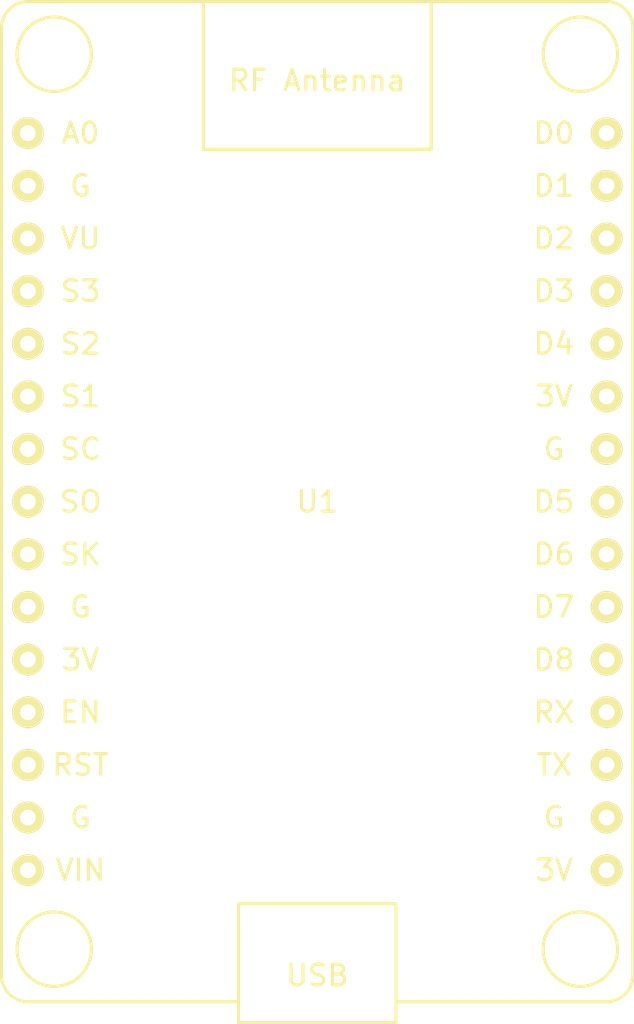
<source format=kicad_pcb>
(kicad_pcb (version 20171130) (host pcbnew 5.0.2-bee76a0~70~ubuntu18.04.1)

  (general
    (thickness 1.6)
    (drawings 0)
    (tracks 0)
    (zones 0)
    (modules 1)
    (nets 31)
  )

  (page A4)
  (layers
    (0 F.Cu signal)
    (31 B.Cu signal)
    (32 B.Adhes user)
    (33 F.Adhes user)
    (34 B.Paste user)
    (35 F.Paste user)
    (36 B.SilkS user)
    (37 F.SilkS user)
    (38 B.Mask user)
    (39 F.Mask user)
    (40 Dwgs.User user)
    (41 Cmts.User user)
    (42 Eco1.User user)
    (43 Eco2.User user)
    (44 Edge.Cuts user)
    (45 Margin user)
    (46 B.CrtYd user)
    (47 F.CrtYd user)
    (48 B.Fab user)
    (49 F.Fab user)
  )

  (setup
    (last_trace_width 0.25)
    (trace_clearance 0.2)
    (zone_clearance 0.508)
    (zone_45_only no)
    (trace_min 0.2)
    (segment_width 0.2)
    (edge_width 0.15)
    (via_size 0.8)
    (via_drill 0.4)
    (via_min_size 0.4)
    (via_min_drill 0.3)
    (uvia_size 0.3)
    (uvia_drill 0.1)
    (uvias_allowed no)
    (uvia_min_size 0.2)
    (uvia_min_drill 0.1)
    (pcb_text_width 0.3)
    (pcb_text_size 1.5 1.5)
    (mod_edge_width 0.15)
    (mod_text_size 1 1)
    (mod_text_width 0.15)
    (pad_size 1.524 1.524)
    (pad_drill 0.762)
    (pad_to_mask_clearance 0.051)
    (solder_mask_min_width 0.25)
    (aux_axis_origin 0 0)
    (visible_elements FFFFFF7F)
    (pcbplotparams
      (layerselection 0x010fc_ffffffff)
      (usegerberextensions false)
      (usegerberattributes false)
      (usegerberadvancedattributes false)
      (creategerberjobfile false)
      (excludeedgelayer true)
      (linewidth 0.100000)
      (plotframeref false)
      (viasonmask false)
      (mode 1)
      (useauxorigin false)
      (hpglpennumber 1)
      (hpglpenspeed 20)
      (hpglpendiameter 15.000000)
      (psnegative false)
      (psa4output false)
      (plotreference true)
      (plotvalue true)
      (plotinvisibletext false)
      (padsonsilk false)
      (subtractmaskfromsilk false)
      (outputformat 1)
      (mirror false)
      (drillshape 1)
      (scaleselection 1)
      (outputdirectory ""))
  )

  (net 0 "")
  (net 1 "Net-(U1-Pad1)")
  (net 2 "Net-(U1-Pad2)")
  (net 3 "Net-(U1-Pad3)")
  (net 4 "Net-(U1-Pad4)")
  (net 5 "Net-(U1-Pad5)")
  (net 6 "Net-(U1-Pad6)")
  (net 7 "Net-(U1-Pad7)")
  (net 8 "Net-(U1-Pad8)")
  (net 9 "Net-(U1-Pad9)")
  (net 10 "Net-(U1-Pad10)")
  (net 11 "Net-(U1-Pad11)")
  (net 12 "Net-(U1-Pad12)")
  (net 13 "Net-(U1-Pad13)")
  (net 14 "Net-(U1-Pad14)")
  (net 15 "Net-(U1-Pad15)")
  (net 16 "Net-(U1-Pad16)")
  (net 17 "Net-(U1-Pad17)")
  (net 18 "Net-(U1-Pad18)")
  (net 19 "Net-(U1-Pad19)")
  (net 20 "Net-(U1-Pad20)")
  (net 21 "Net-(U1-Pad21)")
  (net 22 "Net-(U1-Pad22)")
  (net 23 "Net-(U1-Pad23)")
  (net 24 "Net-(U1-Pad24)")
  (net 25 "Net-(U1-Pad25)")
  (net 26 "Net-(U1-Pad26)")
  (net 27 "Net-(U1-Pad27)")
  (net 28 "Net-(U1-Pad28)")
  (net 29 "Net-(U1-Pad29)")
  (net 30 "Net-(U1-Pad30)")

  (net_class Default "This is the default net class."
    (clearance 0.2)
    (trace_width 0.25)
    (via_dia 0.8)
    (via_drill 0.4)
    (uvia_dia 0.3)
    (uvia_drill 0.1)
    (add_net "Net-(U1-Pad1)")
    (add_net "Net-(U1-Pad10)")
    (add_net "Net-(U1-Pad11)")
    (add_net "Net-(U1-Pad12)")
    (add_net "Net-(U1-Pad13)")
    (add_net "Net-(U1-Pad14)")
    (add_net "Net-(U1-Pad15)")
    (add_net "Net-(U1-Pad16)")
    (add_net "Net-(U1-Pad17)")
    (add_net "Net-(U1-Pad18)")
    (add_net "Net-(U1-Pad19)")
    (add_net "Net-(U1-Pad2)")
    (add_net "Net-(U1-Pad20)")
    (add_net "Net-(U1-Pad21)")
    (add_net "Net-(U1-Pad22)")
    (add_net "Net-(U1-Pad23)")
    (add_net "Net-(U1-Pad24)")
    (add_net "Net-(U1-Pad25)")
    (add_net "Net-(U1-Pad26)")
    (add_net "Net-(U1-Pad27)")
    (add_net "Net-(U1-Pad28)")
    (add_net "Net-(U1-Pad29)")
    (add_net "Net-(U1-Pad3)")
    (add_net "Net-(U1-Pad30)")
    (add_net "Net-(U1-Pad4)")
    (add_net "Net-(U1-Pad5)")
    (add_net "Net-(U1-Pad6)")
    (add_net "Net-(U1-Pad7)")
    (add_net "Net-(U1-Pad8)")
    (add_net "Net-(U1-Pad9)")
  )

  (module "ESP8266:NodeMCU1.0(12-E)" (layer F.Cu) (tedit 5AF3DDCB) (tstamp 5EAB06CF)
    (at 151.13 100.33)
    (path /5E9E8BEE)
    (fp_text reference U1 (at 0 0) (layer F.SilkS)
      (effects (font (size 1 1) (thickness 0.15)))
    )
    (fp_text value "NodeMCU1.0(ESP-12E)" (at 0 -5.08) (layer F.Fab)
      (effects (font (size 1 1) (thickness 0.15)))
    )
    (fp_line (start 13.98 24.13) (end 3.81 24.13) (layer F.SilkS) (width 0.15))
    (fp_text user USB (at 0 22.86) (layer F.SilkS)
      (effects (font (size 1 1) (thickness 0.15)))
    )
    (fp_text user "RF Antenna" (at 0 -20.32) (layer F.SilkS)
      (effects (font (size 1 1) (thickness 0.15)))
    )
    (fp_line (start 5.5 -17) (end -5.5 -17) (layer F.SilkS) (width 0.15))
    (fp_line (start 5.5 -24.13) (end 5.5 -17) (layer F.SilkS) (width 0.15))
    (fp_line (start -5.5 -17) (end -5.5 -24.13) (layer F.SilkS) (width 0.15))
    (fp_line (start -3.8 25.13) (end -3.8 19.4) (layer F.SilkS) (width 0.15))
    (fp_line (start -3.8 19.4) (end 3.8 19.4) (layer F.SilkS) (width 0.15))
    (fp_line (start 3.8 19.4) (end 3.8 25.13) (layer F.SilkS) (width 0.15))
    (fp_line (start 3.8 25.13) (end -3.8 25.13) (layer F.SilkS) (width 0.15))
    (fp_arc (start -13.97 -22.86) (end -15.24 -22.86) (angle 90) (layer F.SilkS) (width 0.15))
    (fp_arc (start 13.97 -22.86) (end 13.97 -24.13) (angle 90) (layer F.SilkS) (width 0.15))
    (fp_arc (start 13.97 22.86) (end 15.24 22.86) (angle 90) (layer F.SilkS) (width 0.15))
    (fp_arc (start -13.97 22.86) (end -13.97 24.13) (angle 90) (layer F.SilkS) (width 0.15))
    (fp_line (start 15.24 -22.86) (end 15.24 22.86) (layer F.SilkS) (width 0.15))
    (fp_line (start -15.24 -22.86) (end -15.24 22.86) (layer F.SilkS) (width 0.15))
    (fp_line (start -3.8 24.13) (end -13.97 24.13) (layer F.SilkS) (width 0.15))
    (fp_text user VIN (at -11.43 17.78) (layer F.SilkS)
      (effects (font (size 1 1) (thickness 0.15)))
    )
    (fp_text user G (at -11.43 15.24) (layer F.SilkS)
      (effects (font (size 1 1) (thickness 0.15)))
    )
    (fp_text user RST (at -11.43 12.7) (layer F.SilkS)
      (effects (font (size 1 1) (thickness 0.15)))
    )
    (fp_text user EN (at -11.43 10.16) (layer F.SilkS)
      (effects (font (size 1 1) (thickness 0.15)))
    )
    (fp_text user 3V (at -11.43 7.62) (layer F.SilkS)
      (effects (font (size 1 1) (thickness 0.15)))
    )
    (fp_text user G (at -11.43 5.08) (layer F.SilkS)
      (effects (font (size 1 1) (thickness 0.15)))
    )
    (fp_text user SK (at -11.43 2.54) (layer F.SilkS)
      (effects (font (size 1 1) (thickness 0.15)))
    )
    (fp_text user SO (at -11.43 0) (layer F.SilkS)
      (effects (font (size 1 1) (thickness 0.15)))
    )
    (fp_text user SC (at -11.43 -2.54) (layer F.SilkS)
      (effects (font (size 1 1) (thickness 0.15)))
    )
    (fp_text user S1 (at -11.43 -5.08) (layer F.SilkS)
      (effects (font (size 1 1) (thickness 0.15)))
    )
    (fp_text user S2 (at -11.43 -7.62) (layer F.SilkS)
      (effects (font (size 1 1) (thickness 0.15)))
    )
    (fp_text user S3 (at -11.43 -10.16) (layer F.SilkS)
      (effects (font (size 1 1) (thickness 0.15)))
    )
    (fp_text user VU (at -11.43 -12.7) (layer F.SilkS)
      (effects (font (size 1 1) (thickness 0.15)))
    )
    (fp_text user G (at -11.43 -15.24) (layer F.SilkS)
      (effects (font (size 1 1) (thickness 0.15)))
    )
    (fp_text user A0 (at -11.43 -17.78) (layer F.SilkS)
      (effects (font (size 1 1) (thickness 0.15)))
    )
    (fp_text user 3V (at 11.43 17.78) (layer F.SilkS)
      (effects (font (size 1 1) (thickness 0.15)))
    )
    (fp_text user G (at 11.43 15.24) (layer F.SilkS)
      (effects (font (size 1 1) (thickness 0.15)))
    )
    (fp_text user TX (at 11.43 12.7) (layer F.SilkS)
      (effects (font (size 1 1) (thickness 0.15)))
    )
    (fp_text user RX (at 11.43 10.16) (layer F.SilkS)
      (effects (font (size 1 1) (thickness 0.15)))
    )
    (fp_text user D8 (at 11.43 7.62) (layer F.SilkS)
      (effects (font (size 1 1) (thickness 0.15)))
    )
    (fp_text user D7 (at 11.43 5.08) (layer F.SilkS)
      (effects (font (size 1 1) (thickness 0.15)))
    )
    (fp_text user D6 (at 11.43 2.54) (layer F.SilkS)
      (effects (font (size 1 1) (thickness 0.15)))
    )
    (fp_text user D5 (at 11.43 0) (layer F.SilkS)
      (effects (font (size 1 1) (thickness 0.15)))
    )
    (fp_text user G (at 11.43 -2.54) (layer F.SilkS)
      (effects (font (size 1 1) (thickness 0.15)))
    )
    (fp_text user 3V (at 11.43 -5.08) (layer F.SilkS)
      (effects (font (size 1 1) (thickness 0.15)))
    )
    (fp_text user D4 (at 11.43 -7.62) (layer F.SilkS)
      (effects (font (size 1 1) (thickness 0.15)))
    )
    (fp_text user D3 (at 11.43 -10.16) (layer F.SilkS)
      (effects (font (size 1 1) (thickness 0.15)))
    )
    (fp_text user D2 (at 11.43 -12.7) (layer F.SilkS)
      (effects (font (size 1 1) (thickness 0.15)))
    )
    (fp_text user D1 (at 11.43 -15.24) (layer F.SilkS)
      (effects (font (size 1 1) (thickness 0.15)))
    )
    (fp_text user D0 (at 11.43 -17.78) (layer F.SilkS)
      (effects (font (size 1 1) (thickness 0.15)))
    )
    (fp_circle (center 12.7 21.59) (end 13.97 20.32) (layer F.SilkS) (width 0.15))
    (fp_circle (center -12.7 21.59) (end -11.43 20.32) (layer F.SilkS) (width 0.15))
    (fp_circle (center -12.7 -21.59) (end -11.43 -22.86) (layer F.SilkS) (width 0.15))
    (fp_circle (center 12.7 -21.59) (end 13.97 -22.86) (layer F.SilkS) (width 0.15))
    (fp_line (start 13.97 -24.13) (end -13.97 -24.13) (layer F.SilkS) (width 0.15))
    (pad 1 thru_hole circle (at -13.97 -17.78) (size 1.524 1.524) (drill 0.762) (layers *.Cu *.Mask F.SilkS)
      (net 1 "Net-(U1-Pad1)"))
    (pad 2 thru_hole circle (at -13.97 -15.24) (size 1.524 1.524) (drill 0.762) (layers *.Cu *.Mask F.SilkS)
      (net 2 "Net-(U1-Pad2)"))
    (pad 3 thru_hole circle (at -13.97 -12.7) (size 1.524 1.524) (drill 0.762) (layers *.Cu *.Mask F.SilkS)
      (net 3 "Net-(U1-Pad3)"))
    (pad 4 thru_hole circle (at -13.97 -10.16) (size 1.524 1.524) (drill 0.762) (layers *.Cu *.Mask F.SilkS)
      (net 4 "Net-(U1-Pad4)"))
    (pad 5 thru_hole circle (at -13.97 -7.62) (size 1.524 1.524) (drill 0.762) (layers *.Cu *.Mask F.SilkS)
      (net 5 "Net-(U1-Pad5)"))
    (pad 6 thru_hole circle (at -13.97 -5.08) (size 1.524 1.524) (drill 0.762) (layers *.Cu *.Mask F.SilkS)
      (net 6 "Net-(U1-Pad6)"))
    (pad 7 thru_hole circle (at -13.97 -2.54) (size 1.524 1.524) (drill 0.762) (layers *.Cu *.Mask F.SilkS)
      (net 7 "Net-(U1-Pad7)"))
    (pad 8 thru_hole circle (at -13.97 0) (size 1.524 1.524) (drill 0.762) (layers *.Cu *.Mask F.SilkS)
      (net 8 "Net-(U1-Pad8)"))
    (pad 9 thru_hole circle (at -13.97 2.54) (size 1.524 1.524) (drill 0.762) (layers *.Cu *.Mask F.SilkS)
      (net 9 "Net-(U1-Pad9)"))
    (pad 10 thru_hole circle (at -13.97 5.08) (size 1.524 1.524) (drill 0.762) (layers *.Cu *.Mask F.SilkS)
      (net 10 "Net-(U1-Pad10)"))
    (pad 11 thru_hole circle (at -13.97 7.62) (size 1.524 1.524) (drill 0.762) (layers *.Cu *.Mask F.SilkS)
      (net 11 "Net-(U1-Pad11)"))
    (pad 12 thru_hole circle (at -13.97 10.16) (size 1.524 1.524) (drill 0.762) (layers *.Cu *.Mask F.SilkS)
      (net 12 "Net-(U1-Pad12)"))
    (pad 13 thru_hole circle (at -13.97 12.7) (size 1.524 1.524) (drill 0.762) (layers *.Cu *.Mask F.SilkS)
      (net 13 "Net-(U1-Pad13)"))
    (pad 14 thru_hole circle (at -13.97 15.24) (size 1.524 1.524) (drill 0.762) (layers *.Cu *.Mask F.SilkS)
      (net 14 "Net-(U1-Pad14)"))
    (pad 15 thru_hole circle (at -13.97 17.78) (size 1.524 1.524) (drill 0.762) (layers *.Cu *.Mask F.SilkS)
      (net 15 "Net-(U1-Pad15)"))
    (pad 16 thru_hole circle (at 13.97 17.78) (size 1.524 1.524) (drill 0.762) (layers *.Cu *.Mask F.SilkS)
      (net 16 "Net-(U1-Pad16)"))
    (pad 17 thru_hole circle (at 13.97 15.24) (size 1.524 1.524) (drill 0.762) (layers *.Cu *.Mask F.SilkS)
      (net 17 "Net-(U1-Pad17)"))
    (pad 18 thru_hole circle (at 13.97 12.7) (size 1.524 1.524) (drill 0.762) (layers *.Cu *.Mask F.SilkS)
      (net 18 "Net-(U1-Pad18)"))
    (pad 19 thru_hole circle (at 13.97 10.16) (size 1.524 1.524) (drill 0.762) (layers *.Cu *.Mask F.SilkS)
      (net 19 "Net-(U1-Pad19)"))
    (pad 20 thru_hole circle (at 13.97 7.62) (size 1.524 1.524) (drill 0.762) (layers *.Cu *.Mask F.SilkS)
      (net 20 "Net-(U1-Pad20)"))
    (pad 21 thru_hole circle (at 13.97 5.08) (size 1.524 1.524) (drill 0.762) (layers *.Cu *.Mask F.SilkS)
      (net 21 "Net-(U1-Pad21)"))
    (pad 22 thru_hole circle (at 13.97 2.54) (size 1.524 1.524) (drill 0.762) (layers *.Cu *.Mask F.SilkS)
      (net 22 "Net-(U1-Pad22)"))
    (pad 23 thru_hole circle (at 13.97 0) (size 1.524 1.524) (drill 0.762) (layers *.Cu *.Mask F.SilkS)
      (net 23 "Net-(U1-Pad23)"))
    (pad 24 thru_hole circle (at 13.97 -2.54) (size 1.524 1.524) (drill 0.762) (layers *.Cu *.Mask F.SilkS)
      (net 24 "Net-(U1-Pad24)"))
    (pad 25 thru_hole circle (at 13.97 -5.08) (size 1.524 1.524) (drill 0.762) (layers *.Cu *.Mask F.SilkS)
      (net 25 "Net-(U1-Pad25)"))
    (pad 26 thru_hole circle (at 13.97 -7.62) (size 1.524 1.524) (drill 0.762) (layers *.Cu *.Mask F.SilkS)
      (net 26 "Net-(U1-Pad26)"))
    (pad 27 thru_hole circle (at 13.97 -10.16) (size 1.524 1.524) (drill 0.762) (layers *.Cu *.Mask F.SilkS)
      (net 27 "Net-(U1-Pad27)"))
    (pad 28 thru_hole circle (at 13.97 -12.7) (size 1.524 1.524) (drill 0.762) (layers *.Cu *.Mask F.SilkS)
      (net 28 "Net-(U1-Pad28)"))
    (pad 29 thru_hole circle (at 13.97 -15.24) (size 1.524 1.524) (drill 0.762) (layers *.Cu *.Mask F.SilkS)
      (net 29 "Net-(U1-Pad29)"))
    (pad 30 thru_hole circle (at 13.97 -17.78) (size 1.524 1.524) (drill 0.762) (layers *.Cu *.Mask F.SilkS)
      (net 30 "Net-(U1-Pad30)"))
  )

)

</source>
